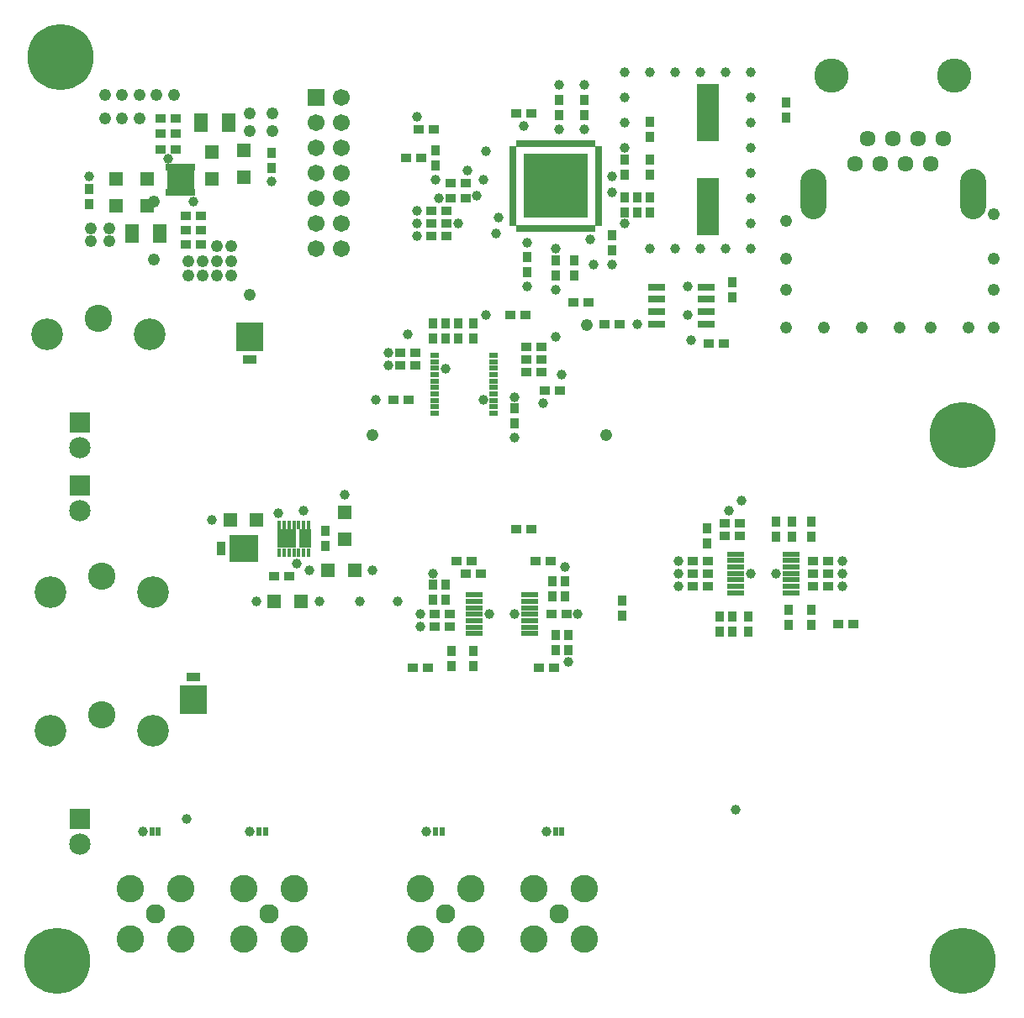
<source format=gbr>
G75*
G70*
%OFA0B0*%
%FSLAX24Y24*%
%IPPOS*%
%LPD*%
%AMOC8*
5,1,8,0,0,1.08239X$1,22.5*
%
%ADD10R,0.0375X0.0190*%
%ADD11R,0.0206X0.0297*%
%ADD12R,0.0297X0.0206*%
%ADD13R,0.2580X0.2580*%
%ADD14R,0.0910X0.2280*%
%ADD15R,0.0671X0.0289*%
%ADD16R,0.0670X0.0670*%
%ADD17C,0.0670*%
%ADD18R,0.0430X0.0380*%
%ADD19R,0.0380X0.0430*%
%ADD20R,0.0710X0.0218*%
%ADD21C,0.1085*%
%ADD22C,0.0770*%
%ADD23R,0.0220X0.0320*%
%ADD24C,0.1360*%
%ADD25C,0.1025*%
%ADD26C,0.0634*%
%ADD27R,0.0186X0.0316*%
%ADD28R,0.1064X0.0730*%
%ADD29R,0.0580X0.0730*%
%ADD30R,0.0580X0.0580*%
%ADD31R,0.1080X0.1130*%
%ADD32R,0.0580X0.0380*%
%ADD33C,0.2620*%
%ADD34R,0.0178X0.0356*%
%ADD35R,0.0781X0.0730*%
%ADD36R,0.0501X0.0730*%
%ADD37C,0.1084*%
%ADD38C,0.1261*%
%ADD39R,0.1130X0.1080*%
%ADD40R,0.0380X0.0580*%
%ADD41R,0.0848X0.0848*%
%ADD42C,0.0848*%
%ADD43C,0.0390*%
%ADD44C,0.0476*%
%ADD45C,0.0490*%
D10*
X016801Y023580D03*
X016801Y023836D03*
X016801Y024092D03*
X016801Y024348D03*
X016801Y024604D03*
X016801Y024860D03*
X016801Y025116D03*
X016801Y025372D03*
X016801Y025627D03*
X016801Y025883D03*
X019163Y025883D03*
X019163Y025627D03*
X019163Y025372D03*
X019163Y025116D03*
X019163Y024860D03*
X019163Y024604D03*
X019163Y024348D03*
X019163Y024092D03*
X019163Y023836D03*
X019163Y023580D03*
D11*
X020130Y030914D03*
X020327Y030914D03*
X020524Y030914D03*
X020721Y030914D03*
X020918Y030914D03*
X021115Y030914D03*
X021312Y030914D03*
X021508Y030914D03*
X021705Y030914D03*
X021902Y030914D03*
X022099Y030914D03*
X022296Y030914D03*
X022493Y030914D03*
X022689Y030914D03*
X022886Y030914D03*
X023083Y030914D03*
X023083Y034300D03*
X022886Y034300D03*
X022689Y034300D03*
X022493Y034300D03*
X022296Y034300D03*
X022099Y034300D03*
X021902Y034300D03*
X021705Y034300D03*
X021508Y034300D03*
X021312Y034300D03*
X021115Y034300D03*
X020918Y034300D03*
X020721Y034300D03*
X020524Y034300D03*
X020327Y034300D03*
X020130Y034300D03*
D12*
X019914Y034083D03*
X019914Y033886D03*
X019914Y033689D03*
X019914Y033493D03*
X019914Y033296D03*
X019914Y033099D03*
X019914Y032902D03*
X019914Y032705D03*
X019914Y032508D03*
X019914Y032312D03*
X019914Y032115D03*
X019914Y031918D03*
X019914Y031721D03*
X019914Y031524D03*
X019914Y031327D03*
X019914Y031130D03*
X023300Y031130D03*
X023300Y031327D03*
X023300Y031524D03*
X023300Y031721D03*
X023300Y031918D03*
X023300Y032115D03*
X023300Y032312D03*
X023300Y032508D03*
X023300Y032705D03*
X023300Y032902D03*
X023300Y033099D03*
X023300Y033296D03*
X023300Y033493D03*
X023300Y033689D03*
X023300Y033886D03*
X023300Y034083D03*
D13*
X021607Y032607D03*
D14*
X027657Y031787D03*
X027657Y035527D03*
D15*
X027589Y028593D03*
X027589Y028102D03*
X027589Y027611D03*
X027589Y027120D03*
X025625Y027120D03*
X025625Y027611D03*
X025625Y028102D03*
X025625Y028593D03*
D16*
X012107Y036107D03*
D17*
X013107Y036107D03*
X013107Y035107D03*
X013107Y034107D03*
X013107Y033107D03*
X012107Y033107D03*
X012107Y034107D03*
X012107Y035107D03*
X012107Y032107D03*
X013107Y032107D03*
X013107Y031107D03*
X012107Y031107D03*
X012107Y030107D03*
X013107Y030107D03*
D18*
X016682Y030607D03*
X016682Y031107D03*
X016682Y031607D03*
X017282Y031607D03*
X017282Y031107D03*
X017282Y030607D03*
X017432Y032107D03*
X018032Y032107D03*
X018032Y032732D03*
X017432Y032732D03*
X016282Y033732D03*
X015682Y033732D03*
X016182Y034857D03*
X016782Y034857D03*
X020057Y035482D03*
X020657Y035482D03*
X022307Y027982D03*
X022907Y027982D03*
X023557Y027107D03*
X024157Y027107D03*
X021782Y024482D03*
X021182Y024482D03*
X021032Y025232D03*
X021032Y025732D03*
X021032Y026232D03*
X020432Y026232D03*
X020432Y025732D03*
X020432Y025232D03*
X020407Y027482D03*
X019807Y027482D03*
X016032Y025982D03*
X016032Y025482D03*
X015432Y025482D03*
X015432Y025982D03*
X015182Y024107D03*
X015782Y024107D03*
X020057Y018982D03*
X020657Y018982D03*
X020807Y017732D03*
X021407Y017732D03*
X021432Y015607D03*
X022032Y015607D03*
X021532Y013482D03*
X020932Y013482D03*
X017407Y015107D03*
X017407Y015607D03*
X016807Y015607D03*
X016807Y015107D03*
X016532Y013482D03*
X015932Y013482D03*
X018057Y017232D03*
X018282Y017732D03*
X017682Y017732D03*
X018657Y017232D03*
X011032Y017107D03*
X010432Y017107D03*
X007532Y030294D03*
X007532Y030857D03*
X007532Y031419D03*
X006932Y031419D03*
X006932Y030857D03*
X006932Y030294D03*
X006532Y034044D03*
X006532Y034669D03*
X005932Y034669D03*
X005932Y034044D03*
X005932Y035294D03*
X006532Y035294D03*
X027057Y017732D03*
X027057Y017232D03*
X027057Y016732D03*
X027657Y016732D03*
X027657Y017232D03*
X027657Y017732D03*
X028307Y018732D03*
X028307Y019232D03*
X028907Y019232D03*
X028907Y018732D03*
X031807Y017732D03*
X031807Y017232D03*
X031807Y016732D03*
X032407Y016732D03*
X032407Y017232D03*
X032407Y017732D03*
X032807Y015232D03*
X033407Y015232D03*
X028282Y026357D03*
X027682Y026357D03*
D19*
X028607Y028182D03*
X028607Y028782D03*
X025357Y031557D03*
X024857Y031557D03*
X024357Y031557D03*
X024357Y032157D03*
X024857Y032157D03*
X025357Y032157D03*
X025357Y033057D03*
X025357Y033657D03*
X025357Y034557D03*
X025357Y035157D03*
X024357Y033657D03*
X024357Y033057D03*
X023857Y030657D03*
X023857Y030057D03*
X022357Y029657D03*
X022357Y029057D03*
X021607Y029057D03*
X021607Y029657D03*
X020482Y029782D03*
X020482Y029182D03*
X018357Y027157D03*
X018357Y026557D03*
X017732Y026557D03*
X017232Y026557D03*
X016732Y026557D03*
X016732Y027157D03*
X017232Y027157D03*
X017732Y027157D03*
X019982Y023782D03*
X019982Y023182D03*
X021482Y016907D03*
X021482Y016307D03*
X021982Y016307D03*
X021982Y016907D03*
X022107Y014782D03*
X021607Y014782D03*
X021607Y014182D03*
X022107Y014182D03*
X024232Y015557D03*
X024232Y016157D03*
X027607Y018432D03*
X027607Y019032D03*
X030357Y019282D03*
X030357Y018682D03*
X030982Y018682D03*
X030982Y019282D03*
X031732Y019282D03*
X031732Y018682D03*
X031732Y015782D03*
X031732Y015182D03*
X030857Y015182D03*
X030857Y015782D03*
X029232Y015532D03*
X029232Y014932D03*
X028607Y014932D03*
X028107Y014932D03*
X028107Y015532D03*
X028607Y015532D03*
X018357Y014157D03*
X018357Y013557D03*
X017482Y013557D03*
X017482Y014157D03*
X017232Y016182D03*
X016732Y016182D03*
X016732Y016782D03*
X017232Y016782D03*
X012482Y018307D03*
X012482Y018907D03*
X003107Y031869D03*
X003107Y032469D03*
X010357Y033307D03*
X010357Y033907D03*
X016857Y034032D03*
X016857Y033432D03*
X021732Y035432D03*
X021732Y036032D03*
X022732Y036032D03*
X022732Y035432D03*
X030732Y035307D03*
X030732Y035907D03*
D20*
X030959Y018000D03*
X030959Y017744D03*
X030959Y017488D03*
X030959Y017232D03*
X030959Y016976D03*
X030959Y016720D03*
X030959Y016464D03*
X028754Y016464D03*
X028754Y016720D03*
X028754Y016976D03*
X028754Y017232D03*
X028754Y017488D03*
X028754Y017744D03*
X028754Y018000D03*
X020584Y016375D03*
X020584Y016119D03*
X020584Y015863D03*
X020584Y015607D03*
X020584Y015351D03*
X020584Y015095D03*
X020584Y014839D03*
X018379Y014839D03*
X018379Y015095D03*
X018379Y015351D03*
X018379Y015607D03*
X018379Y015863D03*
X018379Y016119D03*
X018379Y016375D03*
D21*
X018232Y004732D03*
X018232Y002732D03*
X016232Y002732D03*
X016232Y004732D03*
X020732Y004732D03*
X022732Y004732D03*
X022732Y002732D03*
X020732Y002732D03*
X011232Y002732D03*
X011232Y004732D03*
X009232Y004732D03*
X009232Y002732D03*
X006732Y002732D03*
X006732Y004732D03*
X004732Y004732D03*
X004732Y002732D03*
D22*
X005732Y003732D03*
X010232Y003732D03*
X017232Y003732D03*
X021732Y003732D03*
D23*
X021857Y006982D03*
X021607Y006982D03*
X017107Y006982D03*
X016857Y006982D03*
X010107Y006982D03*
X009857Y006982D03*
X005857Y006982D03*
X005607Y006982D03*
D24*
X032561Y036982D03*
X037403Y036982D03*
D25*
X038141Y032769D02*
X038141Y031824D01*
X031822Y031824D02*
X031822Y032769D01*
D26*
X033482Y033482D03*
X034482Y033482D03*
X035482Y033482D03*
X036482Y033482D03*
X036982Y034482D03*
X035982Y034482D03*
X034982Y034482D03*
X033982Y034482D03*
D27*
X007214Y033361D03*
X007021Y033361D03*
X006828Y033361D03*
X006635Y033361D03*
X006442Y033361D03*
X006250Y033361D03*
X006250Y032353D03*
X006442Y032353D03*
X006635Y032353D03*
X006828Y032353D03*
X007021Y032353D03*
X007214Y032353D03*
D28*
X006732Y032857D03*
D29*
X005907Y030732D03*
X004807Y030732D03*
X007557Y035107D03*
X008657Y035107D03*
D30*
X009232Y034012D03*
X009232Y032952D03*
X007982Y032877D03*
X007982Y033937D03*
X005419Y032887D03*
X005419Y031827D03*
X004169Y031827D03*
X004169Y032887D03*
X013232Y019637D03*
X013232Y018577D03*
X013637Y017357D03*
X012577Y017357D03*
X011512Y016107D03*
X010452Y016107D03*
X009762Y019357D03*
X008702Y019357D03*
D31*
X007232Y012207D03*
X009482Y026632D03*
D32*
X009482Y025707D03*
X007232Y013132D03*
D33*
X001857Y001857D03*
X001982Y037732D03*
X037732Y022732D03*
X037732Y001857D03*
D34*
X011822Y018056D03*
X011626Y018056D03*
X011429Y018056D03*
X011232Y018056D03*
X011035Y018056D03*
X010838Y018056D03*
X010641Y018056D03*
X010641Y019158D03*
X010838Y019158D03*
X011035Y019158D03*
X011232Y019158D03*
X011429Y019158D03*
X011626Y019158D03*
X011822Y019158D03*
D35*
X010937Y018607D03*
D36*
X011675Y018607D03*
D37*
X003607Y017112D03*
X003607Y011612D03*
X003482Y027362D03*
D38*
X005509Y026732D03*
X001454Y026732D03*
X001579Y016482D03*
X005634Y016482D03*
X005634Y010982D03*
X001579Y010982D03*
D39*
X009257Y018232D03*
D40*
X008332Y018232D03*
D41*
X002732Y020732D03*
X002732Y023232D03*
X002732Y007482D03*
D42*
X002732Y006482D03*
X002732Y019732D03*
X002732Y022232D03*
D43*
X007982Y019357D03*
X010607Y019607D03*
X011607Y019732D03*
X010982Y018607D03*
X011357Y017607D03*
X011857Y017357D03*
X012232Y016107D03*
X013857Y016107D03*
X014357Y017357D03*
X015357Y016107D03*
X016232Y015607D03*
X016232Y015107D03*
X016732Y017232D03*
X018982Y015607D03*
X019982Y015607D03*
X021982Y017482D03*
X022482Y015607D03*
X022107Y013732D03*
X026482Y016732D03*
X026482Y017232D03*
X026482Y017732D03*
X028482Y019732D03*
X028982Y020107D03*
X029357Y017232D03*
X030357Y017232D03*
X032982Y017232D03*
X032982Y017732D03*
X032982Y016732D03*
X028732Y007857D03*
X021232Y006982D03*
X016482Y006982D03*
X009482Y006982D03*
X006982Y007482D03*
X005232Y006982D03*
X009732Y016107D03*
X013232Y020357D03*
X014482Y024107D03*
X014982Y025482D03*
X014982Y025982D03*
X015732Y026732D03*
X017232Y025357D03*
X018732Y024107D03*
X019982Y024232D03*
X021107Y023982D03*
X021857Y025107D03*
X021607Y026607D03*
X021607Y028482D03*
X020482Y028607D03*
X021607Y030107D03*
X020482Y030357D03*
X019232Y030732D03*
X019357Y031357D03*
X018482Y032232D03*
X018732Y032857D03*
X018107Y033232D03*
X018857Y033982D03*
X020357Y034982D03*
X021732Y034857D03*
X022732Y034857D03*
X024357Y035107D03*
X024357Y034107D03*
X023857Y032982D03*
X023857Y032357D03*
X024357Y031107D03*
X025357Y030107D03*
X026357Y030107D03*
X027357Y030107D03*
X028357Y030107D03*
X029357Y030107D03*
X029357Y031107D03*
X029357Y032107D03*
X029357Y033107D03*
X029357Y034107D03*
X029357Y035107D03*
X029357Y036107D03*
X029357Y037107D03*
X028357Y037107D03*
X027357Y037107D03*
X026357Y037107D03*
X025357Y037107D03*
X024357Y037107D03*
X024357Y036107D03*
X022732Y036607D03*
X021732Y036607D03*
X016857Y032857D03*
X016982Y032107D03*
X016107Y031607D03*
X016107Y031107D03*
X016107Y030607D03*
X017732Y031107D03*
X018857Y027482D03*
X022982Y030482D03*
X023107Y029482D03*
X023857Y029482D03*
X024857Y027107D03*
X026857Y027482D03*
X026982Y026482D03*
X026857Y028607D03*
X019982Y022607D03*
X010357Y032794D03*
X007232Y031982D03*
X006232Y033669D03*
X003107Y032982D03*
X016107Y035357D03*
D44*
X021107Y033107D03*
X022107Y033107D03*
X022107Y032107D03*
X021107Y032107D03*
X022857Y027082D03*
X023607Y022732D03*
X014357Y022732D03*
D45*
X009482Y028294D03*
X008732Y029044D03*
X008169Y029044D03*
X007607Y029044D03*
X007607Y029607D03*
X008169Y029607D03*
X008732Y029607D03*
X008732Y030232D03*
X008169Y030232D03*
X007044Y029607D03*
X007044Y029044D03*
X005669Y029669D03*
X003919Y030419D03*
X003919Y030919D03*
X003169Y030919D03*
X003169Y030419D03*
X005669Y031982D03*
X006732Y032857D03*
X007982Y033982D03*
X009482Y034782D03*
X009482Y035482D03*
X010389Y035482D03*
X010389Y034782D03*
X006482Y036232D03*
X005794Y036232D03*
X005107Y036232D03*
X004419Y036232D03*
X003732Y036232D03*
X003732Y035294D03*
X004419Y035294D03*
X005107Y035294D03*
X030732Y031232D03*
X030732Y029732D03*
X030732Y028482D03*
X030732Y026982D03*
X032232Y026982D03*
X033732Y026982D03*
X035232Y026982D03*
X036482Y026982D03*
X037982Y026982D03*
X038982Y026982D03*
X038982Y028482D03*
X038982Y029732D03*
X038982Y031482D03*
M02*

</source>
